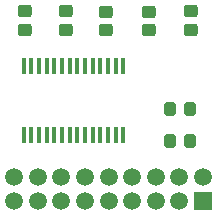
<source format=gbr>
G04 DipTrace 4.1.3.1*
G04 TopMask.gbr*
%MOIN*%
G04 #@! TF.FileFunction,Soldermask,Top*
G04 #@! TF.Part,Single*
%AMOUTLINE1*
4,1,28,
-0.023031,-0.009775,
-0.023031,0.009775,
-0.022659,0.012605,
-0.021517,0.015363,
-0.019699,0.017731,
-0.017331,0.019548,
-0.014574,0.02069,
-0.011743,0.021063,
0.011743,0.021063,
0.014574,0.02069,
0.017331,0.019548,
0.019699,0.017731,
0.021517,0.015363,
0.022659,0.012605,
0.023031,0.009775,
0.023031,-0.009775,
0.022659,-0.012605,
0.021517,-0.015363,
0.019699,-0.017731,
0.017331,-0.019548,
0.014574,-0.02069,
0.011743,-0.021063,
-0.011743,-0.021063,
-0.014574,-0.02069,
-0.017331,-0.019548,
-0.019699,-0.017731,
-0.021517,-0.015363,
-0.022659,-0.012605,
-0.023031,-0.009775,
0*%
%AMOUTLINE4*
4,1,28,
0.023031,0.009775,
0.023031,-0.009775,
0.022659,-0.012605,
0.021517,-0.015363,
0.019699,-0.017731,
0.017331,-0.019548,
0.014574,-0.02069,
0.011743,-0.021063,
-0.011743,-0.021063,
-0.014574,-0.02069,
-0.017331,-0.019548,
-0.019699,-0.017731,
-0.021517,-0.015363,
-0.022659,-0.012605,
-0.023031,-0.009775,
-0.023031,0.009775,
-0.022659,0.012605,
-0.021517,0.015363,
-0.019699,0.017731,
-0.017331,0.019548,
-0.014574,0.02069,
-0.011743,0.021063,
0.011743,0.021063,
0.014574,0.02069,
0.017331,0.019548,
0.019699,0.017731,
0.021517,0.015363,
0.022659,0.012605,
0.023031,0.009775,
0*%
%AMOUTLINE7*
4,1,28,
-0.008594,0.023031,
0.008594,0.023031,
0.011118,0.022699,
0.013591,0.021675,
0.015715,0.020045,
0.017344,0.017922,
0.018368,0.015449,
0.018701,0.012924,
0.018701,-0.012924,
0.018368,-0.015449,
0.017344,-0.017922,
0.015715,-0.020045,
0.013591,-0.021675,
0.011118,-0.022699,
0.008594,-0.023031,
-0.008594,-0.023031,
-0.011118,-0.022699,
-0.013591,-0.021675,
-0.015715,-0.020045,
-0.017344,-0.017922,
-0.018368,-0.015449,
-0.018701,-0.012924,
-0.018701,0.012924,
-0.018368,0.015449,
-0.017344,0.017922,
-0.015715,0.020045,
-0.013591,0.021675,
-0.011118,0.022699,
-0.008594,0.023031,
0*%
%AMOUTLINE10*
4,1,28,
0.008594,-0.023031,
-0.008594,-0.023031,
-0.011118,-0.022699,
-0.013591,-0.021675,
-0.015715,-0.020045,
-0.017344,-0.017922,
-0.018368,-0.015449,
-0.018701,-0.012924,
-0.018701,0.012924,
-0.018368,0.015449,
-0.017344,0.017922,
-0.015715,0.020045,
-0.013591,0.021675,
-0.011118,0.022699,
-0.008594,0.023031,
0.008594,0.023031,
0.011118,0.022699,
0.013591,0.021675,
0.015715,0.020045,
0.017344,0.017922,
0.018368,0.015449,
0.018701,0.012924,
0.018701,-0.012924,
0.018368,-0.015449,
0.017344,-0.017922,
0.015715,-0.020045,
0.013591,-0.021675,
0.011118,-0.022699,
0.008594,-0.023031,
0*%
%ADD25C,0.059055*%
%ADD27R,0.059055X0.059055*%
%ADD29R,0.015354X0.057087*%
%ADD34OUTLINE1*%
%ADD37OUTLINE4*%
%ADD40OUTLINE7*%
%ADD43OUTLINE10*%
%FSLAX26Y26*%
G04*
G70*
G90*
G75*
G01*
G04 TopMask*
%LPD*%
D29*
X479685Y773425D3*
X505276D3*
X530866D3*
X556457D3*
X582047D3*
X607638D3*
X633228D3*
X658819D3*
X684409D3*
X710000D3*
X735591D3*
X761181D3*
X786772D3*
X812362D3*
Y1003740D3*
X786772D3*
X761181D3*
X735591D3*
X710000D3*
X684409D3*
X658819D3*
X633228D3*
X607638D3*
X582047D3*
X556457D3*
X530866D3*
X505276D3*
X479685D3*
D34*
X483966Y1122756D3*
D37*
Y1185748D3*
D34*
X621467Y1122598D3*
D37*
Y1185591D3*
D34*
X752717Y1122165D3*
D37*
Y1185157D3*
D34*
X896467Y1122165D3*
D37*
Y1185157D3*
D34*
X1036850Y1122402D3*
D37*
Y1185394D3*
D40*
X966184Y859306D3*
D43*
X1032719D3*
D40*
X966184Y754898D3*
D43*
X1032719D3*
D27*
X1077717Y553661D3*
D25*
Y632402D3*
X998976Y553661D3*
Y632402D3*
X920236Y553661D3*
Y632402D3*
X841496Y553661D3*
Y632402D3*
X762756Y553661D3*
Y632402D3*
X684016Y553661D3*
Y632402D3*
X605276Y553661D3*
Y632402D3*
X526535Y553661D3*
Y632402D3*
X447795Y553661D3*
Y632402D3*
M02*

</source>
